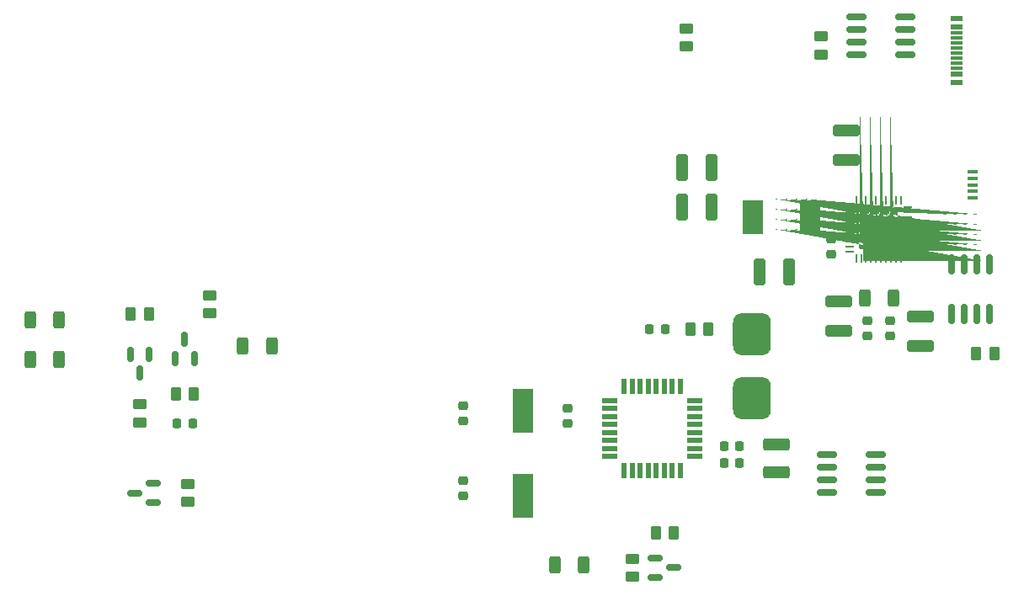
<source format=gbr>
%TF.GenerationSoftware,KiCad,Pcbnew,6.0.10-86aedd382b~118~ubuntu22.04.1*%
%TF.CreationDate,2023-01-15T12:46:15+03:00*%
%TF.ProjectId,xray,78726179-2e6b-4696-9361-645f70636258,rev?*%
%TF.SameCoordinates,Original*%
%TF.FileFunction,Paste,Top*%
%TF.FilePolarity,Positive*%
%FSLAX46Y46*%
G04 Gerber Fmt 4.6, Leading zero omitted, Abs format (unit mm)*
G04 Created by KiCad (PCBNEW 6.0.10-86aedd382b~118~ubuntu22.04.1) date 2023-01-15 12:46:15*
%MOMM*%
%LPD*%
G01*
G04 APERTURE LIST*
G04 Aperture macros list*
%AMRoundRect*
0 Rectangle with rounded corners*
0 $1 Rounding radius*
0 $2 $3 $4 $5 $6 $7 $8 $9 X,Y pos of 4 corners*
0 Add a 4 corners polygon primitive as box body*
4,1,4,$2,$3,$4,$5,$6,$7,$8,$9,$2,$3,0*
0 Add four circle primitives for the rounded corners*
1,1,$1+$1,$2,$3*
1,1,$1+$1,$4,$5*
1,1,$1+$1,$6,$7*
1,1,$1+$1,$8,$9*
0 Add four rect primitives between the rounded corners*
20,1,$1+$1,$2,$3,$4,$5,0*
20,1,$1+$1,$4,$5,$6,$7,0*
20,1,$1+$1,$6,$7,$8,$9,0*
20,1,$1+$1,$8,$9,$2,$3,0*%
%AMFreePoly0*
4,1,57,0.261297,0.442772,0.269672,0.444099,0.291600,0.432926,0.315006,0.425321,0.319990,0.418461,0.327546,0.414611,0.414611,0.327546,0.418461,0.319990,0.425321,0.315006,0.432926,0.291600,0.444099,0.269672,0.442772,0.261297,0.445393,0.253232,0.445393,-0.253232,0.442772,-0.261297,0.444099,-0.269672,0.432926,-0.291600,0.425321,-0.315006,0.418461,-0.319990,0.414611,-0.327546,
0.327546,-0.414611,0.319990,-0.418461,0.315006,-0.425321,0.291600,-0.432926,0.269672,-0.444099,0.261297,-0.442772,0.253232,-0.445393,-0.253232,-0.445393,-0.261297,-0.442772,-0.269672,-0.444099,-0.291600,-0.432926,-0.315006,-0.425321,-0.319990,-0.418461,-0.327546,-0.414611,-0.414611,-0.327546,-0.418461,-0.319990,-0.425321,-0.315006,-0.432926,-0.291600,-0.444099,-0.269672,-0.442772,-0.261297,
-0.445393,-0.253232,-0.445393,0.253232,-0.442772,0.261297,-0.444099,0.269672,-0.432926,0.291600,-0.425321,0.315006,-0.418461,0.319990,-0.414611,0.327546,-0.327546,0.414611,-0.319990,0.418461,-0.315006,0.425321,-0.291600,0.432926,-0.269672,0.444099,-0.261297,0.442772,-0.253232,0.445393,0.253232,0.445393,0.261297,0.442772,0.261297,0.442772,$1*%
G04 Aperture macros list end*
%ADD10RoundRect,0.225000X0.250000X-0.225000X0.250000X0.225000X-0.250000X0.225000X-0.250000X-0.225000X0*%
%ADD11RoundRect,0.250000X0.262500X0.450000X-0.262500X0.450000X-0.262500X-0.450000X0.262500X-0.450000X0*%
%ADD12FreePoly0,270.000000*%
%ADD13RoundRect,0.062500X-0.062500X0.350000X-0.062500X-0.350000X0.062500X-0.350000X0.062500X0.350000X0*%
%ADD14RoundRect,0.062500X-0.350000X0.062500X-0.350000X-0.062500X0.350000X-0.062500X0.350000X0.062500X0*%
%ADD15RoundRect,0.250000X1.100000X-0.325000X1.100000X0.325000X-1.100000X0.325000X-1.100000X-0.325000X0*%
%ADD16RoundRect,0.225000X-0.225000X-0.250000X0.225000X-0.250000X0.225000X0.250000X-0.225000X0.250000X0*%
%ADD17RoundRect,0.250000X0.450000X-0.262500X0.450000X0.262500X-0.450000X0.262500X-0.450000X-0.262500X0*%
%ADD18RoundRect,0.150000X-0.587500X-0.150000X0.587500X-0.150000X0.587500X0.150000X-0.587500X0.150000X0*%
%ADD19RoundRect,0.150000X0.150000X-0.825000X0.150000X0.825000X-0.150000X0.825000X-0.150000X-0.825000X0*%
%ADD20RoundRect,0.250000X-1.100000X0.325000X-1.100000X-0.325000X1.100000X-0.325000X1.100000X0.325000X0*%
%ADD21RoundRect,0.250000X-0.325000X-1.100000X0.325000X-1.100000X0.325000X1.100000X-0.325000X1.100000X0*%
%ADD22RoundRect,0.250000X0.325000X1.100000X-0.325000X1.100000X-0.325000X-1.100000X0.325000X-1.100000X0*%
%ADD23RoundRect,0.150000X0.825000X0.150000X-0.825000X0.150000X-0.825000X-0.150000X0.825000X-0.150000X0*%
%ADD24RoundRect,0.250000X-0.312500X-0.625000X0.312500X-0.625000X0.312500X0.625000X-0.312500X0.625000X0*%
%ADD25RoundRect,0.225000X0.225000X0.250000X-0.225000X0.250000X-0.225000X-0.250000X0.225000X-0.250000X0*%
%ADD26R,1.600000X0.550000*%
%ADD27R,0.550000X1.600000*%
%ADD28R,1.050000X0.450000*%
%ADD29RoundRect,0.250000X-0.262500X-0.450000X0.262500X-0.450000X0.262500X0.450000X-0.262500X0.450000X0*%
%ADD30RoundRect,0.250000X0.312500X0.625000X-0.312500X0.625000X-0.312500X-0.625000X0.312500X-0.625000X0*%
%ADD31RoundRect,0.225000X-0.250000X0.225000X-0.250000X-0.225000X0.250000X-0.225000X0.250000X0.225000X0*%
%ADD32RoundRect,0.150000X0.587500X0.150000X-0.587500X0.150000X-0.587500X-0.150000X0.587500X-0.150000X0*%
%ADD33R,2.000000X4.500000*%
%ADD34RoundRect,0.150000X0.150000X-0.587500X0.150000X0.587500X-0.150000X0.587500X-0.150000X-0.587500X0*%
%ADD35RoundRect,0.250000X-0.450000X0.262500X-0.450000X-0.262500X0.450000X-0.262500X0.450000X0.262500X0*%
%ADD36R,2.000000X3.400000*%
%ADD37RoundRect,0.250000X1.075000X-0.375000X1.075000X0.375000X-1.075000X0.375000X-1.075000X-0.375000X0*%
%ADD38RoundRect,0.150000X-0.150000X0.587500X-0.150000X-0.587500X0.150000X-0.587500X0.150000X0.587500X0*%
%ADD39RoundRect,0.150000X-0.825000X-0.150000X0.825000X-0.150000X0.825000X0.150000X-0.825000X0.150000X0*%
%ADD40R,1.160000X0.600000*%
%ADD41R,1.160000X0.300000*%
%ADD42RoundRect,0.952500X-0.952500X1.167500X-0.952500X-1.167500X0.952500X-1.167500X0.952500X1.167500X0*%
G04 APERTURE END LIST*
D10*
%TO.C,C31*%
X129010000Y-130340000D03*
X129010000Y-128790000D03*
%TD*%
D11*
%TO.C,R23*%
X101922500Y-120040000D03*
X100097500Y-120040000D03*
%TD*%
D12*
%TO.C,U2*%
X171272500Y-104052500D03*
X172297500Y-105077500D03*
X171272500Y-103027500D03*
X172297500Y-102002500D03*
X169222500Y-104052500D03*
X169222500Y-105077500D03*
X171272500Y-102002500D03*
X169222500Y-102002500D03*
X171272500Y-105077500D03*
X170247500Y-104052500D03*
X172297500Y-103027500D03*
X169222500Y-103027500D03*
X170247500Y-105077500D03*
X170247500Y-102002500D03*
X170247500Y-103027500D03*
X172297500Y-104052500D03*
D13*
X173010000Y-100602500D03*
X172510000Y-100602500D03*
X172010000Y-100602500D03*
X171510000Y-100602500D03*
X171010000Y-100602500D03*
X170510000Y-100602500D03*
X170010000Y-100602500D03*
X169510000Y-100602500D03*
X169010000Y-100602500D03*
X168510000Y-100602500D03*
D14*
X167822500Y-101290000D03*
X167822500Y-101790000D03*
X167822500Y-102290000D03*
X167822500Y-102790000D03*
X167822500Y-103290000D03*
X167822500Y-103790000D03*
X167822500Y-104290000D03*
X167822500Y-104790000D03*
X167822500Y-105290000D03*
X167822500Y-105790000D03*
D13*
X168510000Y-106477500D03*
X169010000Y-106477500D03*
X169510000Y-106477500D03*
X170010000Y-106477500D03*
X170510000Y-106477500D03*
X171010000Y-106477500D03*
X171510000Y-106477500D03*
X172010000Y-106477500D03*
X172510000Y-106477500D03*
X173010000Y-106477500D03*
D14*
X173697500Y-105790000D03*
X173697500Y-105290000D03*
X173697500Y-104790000D03*
X173697500Y-104290000D03*
X173697500Y-103790000D03*
X173697500Y-103290000D03*
X173697500Y-102790000D03*
X173697500Y-102290000D03*
X173697500Y-101790000D03*
X173697500Y-101290000D03*
%TD*%
D15*
%TO.C,C13*%
X167510000Y-96515000D03*
X167510000Y-93565000D03*
%TD*%
D16*
%TO.C,C23*%
X155235000Y-127040000D03*
X156785000Y-127040000D03*
%TD*%
D17*
%TO.C,R25*%
X103510000Y-111952500D03*
X103510000Y-110127500D03*
%TD*%
%TO.C,R6*%
X165010000Y-85952500D03*
X165010000Y-84127500D03*
%TD*%
D18*
%TO.C,Q13*%
X148322500Y-136590000D03*
X148322500Y-138490000D03*
X150197500Y-137540000D03*
%TD*%
D19*
%TO.C,Q2*%
X178105000Y-112015000D03*
X179375000Y-112015000D03*
X180645000Y-112015000D03*
X181915000Y-112015000D03*
X181915000Y-107065000D03*
X180645000Y-107065000D03*
X179375000Y-107065000D03*
X178105000Y-107065000D03*
%TD*%
D20*
%TO.C,C29*%
X175000000Y-112265000D03*
X175000000Y-115215000D03*
%TD*%
D17*
%TO.C,R1*%
X151400000Y-85112500D03*
X151400000Y-83287500D03*
%TD*%
D20*
%TO.C,C15*%
X166750000Y-110775000D03*
X166750000Y-113725000D03*
%TD*%
D16*
%TO.C,C14*%
X155235000Y-125290000D03*
X156785000Y-125290000D03*
%TD*%
D21*
%TO.C,C19*%
X158785000Y-107790000D03*
X161735000Y-107790000D03*
%TD*%
D10*
%TO.C,C18*%
X166010000Y-106015000D03*
X166010000Y-104465000D03*
%TD*%
D22*
%TO.C,C21*%
X153985000Y-97290000D03*
X151035000Y-97290000D03*
%TD*%
D23*
%TO.C,Q1*%
X170485000Y-129945000D03*
X170485000Y-128675000D03*
X170485000Y-127405000D03*
X170485000Y-126135000D03*
X165535000Y-126135000D03*
X165535000Y-127405000D03*
X165535000Y-128675000D03*
X165535000Y-129945000D03*
%TD*%
D10*
%TO.C,C17*%
X139510000Y-123065000D03*
X139510000Y-121515000D03*
%TD*%
D24*
%TO.C,R29*%
X85447500Y-116640000D03*
X88372500Y-116640000D03*
%TD*%
D11*
%TO.C,R5*%
X182422500Y-116040000D03*
X180597500Y-116040000D03*
%TD*%
D24*
%TO.C,R26*%
X85447500Y-112600000D03*
X88372500Y-112600000D03*
%TD*%
D25*
%TO.C,C28*%
X149285000Y-113540000D03*
X147735000Y-113540000D03*
%TD*%
D26*
%TO.C,U3*%
X143760000Y-120740000D03*
X143760000Y-121540000D03*
X143760000Y-122340000D03*
X143760000Y-123140000D03*
X143760000Y-123940000D03*
X143760000Y-124740000D03*
X143760000Y-125540000D03*
X143760000Y-126340000D03*
D27*
X145210000Y-127790000D03*
X146010000Y-127790000D03*
X146810000Y-127790000D03*
X147610000Y-127790000D03*
X148410000Y-127790000D03*
X149210000Y-127790000D03*
X150010000Y-127790000D03*
X150810000Y-127790000D03*
D26*
X152260000Y-126340000D03*
X152260000Y-125540000D03*
X152260000Y-124740000D03*
X152260000Y-123940000D03*
X152260000Y-123140000D03*
X152260000Y-122340000D03*
X152260000Y-121540000D03*
X152260000Y-120740000D03*
D27*
X150810000Y-119290000D03*
X150010000Y-119290000D03*
X149210000Y-119290000D03*
X148410000Y-119290000D03*
X147610000Y-119290000D03*
X146810000Y-119290000D03*
X146010000Y-119290000D03*
X145210000Y-119290000D03*
%TD*%
D28*
%TO.C,J1*%
X180235000Y-100340000D03*
X180235000Y-99690000D03*
X180235000Y-99040000D03*
X180235000Y-98390000D03*
X180235000Y-97740000D03*
%TD*%
D29*
%TO.C,R20*%
X151847500Y-113540000D03*
X153672500Y-113540000D03*
%TD*%
D11*
%TO.C,R17*%
X97422500Y-112040000D03*
X95597500Y-112040000D03*
%TD*%
D30*
%TO.C,R28*%
X109772500Y-115240000D03*
X106847500Y-115240000D03*
%TD*%
D31*
%TO.C,C27*%
X171910000Y-112700000D03*
X171910000Y-114250000D03*
%TD*%
D17*
%TO.C,R35*%
X146010000Y-138452500D03*
X146010000Y-136627500D03*
%TD*%
D31*
%TO.C,C30*%
X129010000Y-121265000D03*
X129010000Y-122815000D03*
%TD*%
D32*
%TO.C,Q10*%
X97847500Y-130990000D03*
X97847500Y-129090000D03*
X95972500Y-130040000D03*
%TD*%
D33*
%TO.C,Y1*%
X135010000Y-130290000D03*
X135010000Y-121790000D03*
%TD*%
D25*
%TO.C,C34*%
X101785000Y-123040000D03*
X100235000Y-123040000D03*
%TD*%
D17*
%TO.C,R32*%
X101310000Y-130952500D03*
X101310000Y-129127500D03*
%TD*%
D34*
%TO.C,Q7*%
X100060000Y-116477500D03*
X101960000Y-116477500D03*
X101010000Y-114602500D03*
%TD*%
D24*
%TO.C,R33*%
X138210000Y-137290000D03*
X141135000Y-137290000D03*
%TD*%
D35*
%TO.C,R21*%
X96510000Y-121127500D03*
X96510000Y-122952500D03*
%TD*%
D36*
%TO.C,L1*%
X158160000Y-102290000D03*
X163860000Y-102290000D03*
%TD*%
D37*
%TO.C,L2*%
X160510000Y-127940000D03*
X160510000Y-125140000D03*
%TD*%
D38*
%TO.C,Q5*%
X97460000Y-116102500D03*
X95560000Y-116102500D03*
X96510000Y-117977500D03*
%TD*%
D39*
%TO.C,Q4*%
X168535000Y-82135000D03*
X168535000Y-83405000D03*
X168535000Y-84675000D03*
X168535000Y-85945000D03*
X173485000Y-85945000D03*
X173485000Y-84675000D03*
X173485000Y-83405000D03*
X173485000Y-82135000D03*
%TD*%
D29*
%TO.C,R24*%
X148347500Y-134040000D03*
X150172500Y-134040000D03*
%TD*%
D30*
%TO.C,R16*%
X172272500Y-110440000D03*
X169347500Y-110440000D03*
%TD*%
D22*
%TO.C,C20*%
X153985000Y-101290000D03*
X151035000Y-101290000D03*
%TD*%
D40*
%TO.C,J3*%
X178600000Y-88740000D03*
X178600000Y-87940000D03*
D41*
X178600000Y-86790000D03*
X178600000Y-85790000D03*
X178600000Y-85290000D03*
X178600000Y-84290000D03*
D40*
X178600000Y-83140000D03*
X178600000Y-82340000D03*
X178600000Y-82340000D03*
X178600000Y-83140000D03*
D41*
X178600000Y-83790000D03*
X178600000Y-84790000D03*
X178600000Y-86290000D03*
X178600000Y-87290000D03*
D40*
X178600000Y-87940000D03*
X178600000Y-88740000D03*
%TD*%
D31*
%TO.C,C25*%
X169600000Y-112690000D03*
X169600000Y-114240000D03*
%TD*%
D42*
%TO.C,F1*%
X158010000Y-114065000D03*
X158010000Y-120475000D03*
%TD*%
M02*

</source>
